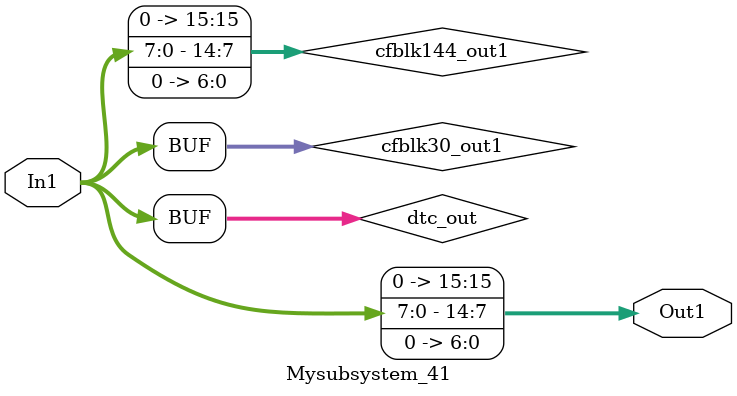
<source format=v>



`timescale 1 ns / 1 ns

module Mysubsystem_41
          (In1,
           Out1);


  input   [7:0] In1;  // uint8
  output  [15:0] Out1;  // ufix16_En7


  wire [7:0] dtc_out;  // ufix8
  wire [7:0] cfblk30_out1;  // uint8
  wire [15:0] cfblk144_out1;  // ufix16_En7


  assign dtc_out = In1;



  assign cfblk30_out1 = dtc_out;



  assign cfblk144_out1 = {1'b0, {cfblk30_out1, 7'b0000000}};



  assign Out1 = cfblk144_out1;

endmodule  // Mysubsystem_41


</source>
